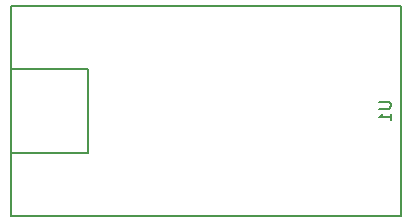
<source format=gbo>
G04 #@! TF.FileFunction,Legend,Bot*
%FSLAX46Y46*%
G04 Gerber Fmt 4.6, Leading zero omitted, Abs format (unit mm)*
G04 Created by KiCad (PCBNEW 4.0.7) date *
%MOMM*%
%LPD*%
G01*
G04 APERTURE LIST*
%ADD10C,2.000000*%
%ADD11C,0.150000*%
G04 APERTURE END LIST*
D10*
D11*
X41548000Y-96444000D02*
X41548000Y-103556000D01*
X41548000Y-103556000D02*
X35071000Y-103556000D01*
X35071000Y-96444000D02*
X41548000Y-96444000D01*
X34990000Y-91110000D02*
X34990000Y-108890000D01*
X34990000Y-108890000D02*
X68010000Y-108890000D01*
X68010000Y-108890000D02*
X68010000Y-91110000D01*
X68010000Y-91110000D02*
X34990000Y-91110000D01*
X66192381Y-99238095D02*
X67001905Y-99238095D01*
X67097143Y-99285714D01*
X67144762Y-99333333D01*
X67192381Y-99428571D01*
X67192381Y-99619048D01*
X67144762Y-99714286D01*
X67097143Y-99761905D01*
X67001905Y-99809524D01*
X66192381Y-99809524D01*
X67192381Y-100809524D02*
X67192381Y-100238095D01*
X67192381Y-100523809D02*
X66192381Y-100523809D01*
X66335238Y-100428571D01*
X66430476Y-100333333D01*
X66478095Y-100238095D01*
M02*

</source>
